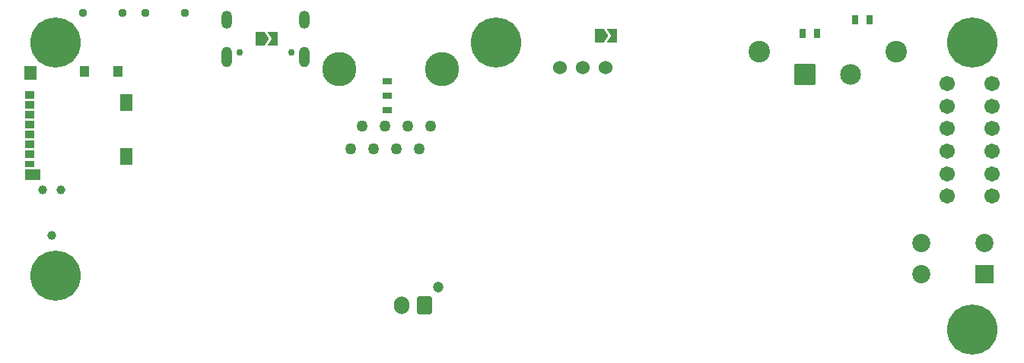
<source format=gbr>
%TF.GenerationSoftware,KiCad,Pcbnew,7.0.10*%
%TF.CreationDate,2025-01-29T22:34:49+01:00*%
%TF.ProjectId,BugWiperPCB,42756757-6970-4657-9250-43422e6b6963,rev?*%
%TF.SameCoordinates,Original*%
%TF.FileFunction,Soldermask,Bot*%
%TF.FilePolarity,Negative*%
%FSLAX46Y46*%
G04 Gerber Fmt 4.6, Leading zero omitted, Abs format (unit mm)*
G04 Created by KiCad (PCBNEW 7.0.10) date 2025-01-29 22:34:49*
%MOMM*%
%LPD*%
G01*
G04 APERTURE LIST*
G04 Aperture macros list*
%AMRoundRect*
0 Rectangle with rounded corners*
0 $1 Rounding radius*
0 $2 $3 $4 $5 $6 $7 $8 $9 X,Y pos of 4 corners*
0 Add a 4 corners polygon primitive as box body*
4,1,4,$2,$3,$4,$5,$6,$7,$8,$9,$2,$3,0*
0 Add four circle primitives for the rounded corners*
1,1,$1+$1,$2,$3*
1,1,$1+$1,$4,$5*
1,1,$1+$1,$6,$7*
1,1,$1+$1,$8,$9*
0 Add four rect primitives between the rounded corners*
20,1,$1+$1,$2,$3,$4,$5,0*
20,1,$1+$1,$4,$5,$6,$7,0*
20,1,$1+$1,$6,$7,$8,$9,0*
20,1,$1+$1,$8,$9,$2,$3,0*%
%AMFreePoly0*
4,1,6,1.000000,0.000000,0.500000,-0.750000,-0.500000,-0.750000,-0.500000,0.750000,0.500000,0.750000,1.000000,0.000000,1.000000,0.000000,$1*%
%AMFreePoly1*
4,1,6,0.500000,-0.750000,-0.650000,-0.750000,-0.150000,0.000000,-0.650000,0.750000,0.500000,0.750000,0.500000,-0.750000,0.500000,-0.750000,$1*%
G04 Aperture macros list end*
%ADD10C,1.270000*%
%ADD11C,3.810000*%
%ADD12R,0.800000X1.000000*%
%ADD13C,1.701800*%
%ADD14C,1.200000*%
%ADD15RoundRect,0.250000X0.600000X0.750000X-0.600000X0.750000X-0.600000X-0.750000X0.600000X-0.750000X0*%
%ADD16O,1.700000X2.000000*%
%ADD17FreePoly0,0.000000*%
%ADD18FreePoly1,0.000000*%
%ADD19C,5.600000*%
%ADD20R,2.025000X2.025000*%
%ADD21C,2.025000*%
%ADD22C,0.990600*%
%ADD23C,0.750000*%
%ADD24O,1.204000X2.304000*%
%ADD25O,1.204000X2.004000*%
%ADD26C,2.400000*%
%ADD27RoundRect,0.102000X1.050000X1.050000X-1.050000X1.050000X-1.050000X-1.050000X1.050000X-1.050000X0*%
%ADD28C,2.304000*%
%ADD29C,3.600000*%
%ADD30C,1.524000*%
%ADD31C,0.954000*%
%ADD32R,1.000000X0.800000*%
%ADD33R,1.100000X0.850000*%
%ADD34R,1.100000X0.750000*%
%ADD35R,1.000000X1.200000*%
%ADD36R,1.350000X1.550000*%
%ADD37R,1.350000X1.900000*%
%ADD38R,1.800000X1.170000*%
G04 APERTURE END LIST*
D10*
%TO.C,J4*%
X155702000Y-73380700D03*
X154432000Y-75920700D03*
X153162000Y-73380700D03*
X151892000Y-75920700D03*
X150622000Y-73380700D03*
X149352000Y-75920700D03*
X148082000Y-73380700D03*
X146812000Y-75920700D03*
D11*
X156972000Y-67030700D03*
X145542000Y-67030700D03*
%TD*%
D12*
%TO.C,JP3*%
X204546000Y-61468000D03*
X202946000Y-61468000D03*
%TD*%
%TO.C,JP2*%
X198704000Y-62992000D03*
X197104000Y-62992000D03*
%TD*%
D13*
%TO.C,J2*%
X213170001Y-81141601D03*
X218170001Y-81141601D03*
X213170001Y-78641601D03*
X218170001Y-78641601D03*
X213170001Y-76141600D03*
X218170001Y-76141600D03*
X213170001Y-73641600D03*
X218170001Y-73641600D03*
X213170001Y-71141600D03*
X218170001Y-71141600D03*
X213170001Y-68641600D03*
X218170001Y-68641600D03*
%TD*%
D14*
%TO.C,J7*%
X156590800Y-91319600D03*
D15*
X154990800Y-93319600D03*
D16*
X152490800Y-93319600D03*
%TD*%
D17*
%TO.C,JP6*%
X174535000Y-63246000D03*
D18*
X175985000Y-63246000D03*
%TD*%
D17*
%TO.C,JP5*%
X136714400Y-63652400D03*
D18*
X138164400Y-63652400D03*
%TD*%
D19*
%TO.C,H2*%
X163000000Y-64000000D03*
%TD*%
D20*
%TO.C,J6*%
X217346000Y-89888000D03*
D21*
X210346000Y-89888000D03*
X217346000Y-86388000D03*
X210346000Y-86388000D03*
%TD*%
D22*
%TO.C,J5*%
X113538000Y-85540000D03*
X112522000Y-80460000D03*
X114554000Y-80460000D03*
%TD*%
D19*
%TO.C,H3*%
X216000000Y-64000000D03*
%TD*%
%TO.C,H4*%
X114000000Y-90000000D03*
%TD*%
D23*
%TO.C,J1*%
X140206400Y-65152800D03*
X134426400Y-65152800D03*
D24*
X141636400Y-65652800D03*
X132996400Y-65652800D03*
D25*
X141636400Y-61472800D03*
X132996400Y-61472800D03*
%TD*%
D26*
%TO.C,J3*%
X207513000Y-65091500D03*
X192273000Y-65091500D03*
D27*
X197353000Y-67591500D03*
D28*
X202433000Y-67591500D03*
%TD*%
D29*
%TO.C,H5*%
X216000000Y-96000000D03*
D19*
X216000000Y-96000000D03*
%TD*%
D30*
%TO.C,U6*%
X170078400Y-66827400D03*
X172618400Y-66827400D03*
X175158400Y-66827400D03*
%TD*%
D31*
%TO.C,S1*%
X128336400Y-60694800D03*
X123936400Y-60694800D03*
%TD*%
D19*
%TO.C,H1*%
X114000000Y-64000000D03*
%TD*%
D31*
%TO.C,S2*%
X121453000Y-60694800D03*
X117053000Y-60694800D03*
%TD*%
D32*
%TO.C,JP4*%
X150876000Y-71577000D03*
X150876000Y-69977000D03*
X150876000Y-68377000D03*
%TD*%
D33*
%TO.C,J8*%
X111050000Y-69895000D03*
X111050000Y-70995000D03*
X111050000Y-72095000D03*
X111050000Y-73195000D03*
X111050000Y-74295000D03*
X111050000Y-75395000D03*
X111050000Y-76495000D03*
D34*
X111050000Y-77545000D03*
D35*
X117200000Y-67260000D03*
X120900000Y-67260000D03*
D36*
X111175000Y-67435000D03*
D37*
X121875000Y-70760000D03*
X121875000Y-76730000D03*
D38*
X111400000Y-78755000D03*
%TD*%
M02*

</source>
